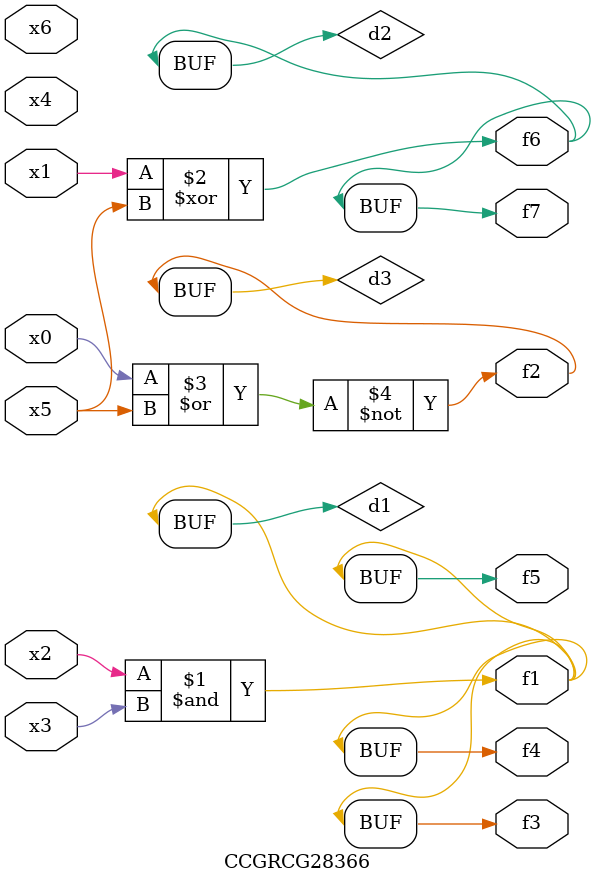
<source format=v>
module CCGRCG28366(
	input x0, x1, x2, x3, x4, x5, x6,
	output f1, f2, f3, f4, f5, f6, f7
);

	wire d1, d2, d3;

	and (d1, x2, x3);
	xor (d2, x1, x5);
	nor (d3, x0, x5);
	assign f1 = d1;
	assign f2 = d3;
	assign f3 = d1;
	assign f4 = d1;
	assign f5 = d1;
	assign f6 = d2;
	assign f7 = d2;
endmodule

</source>
